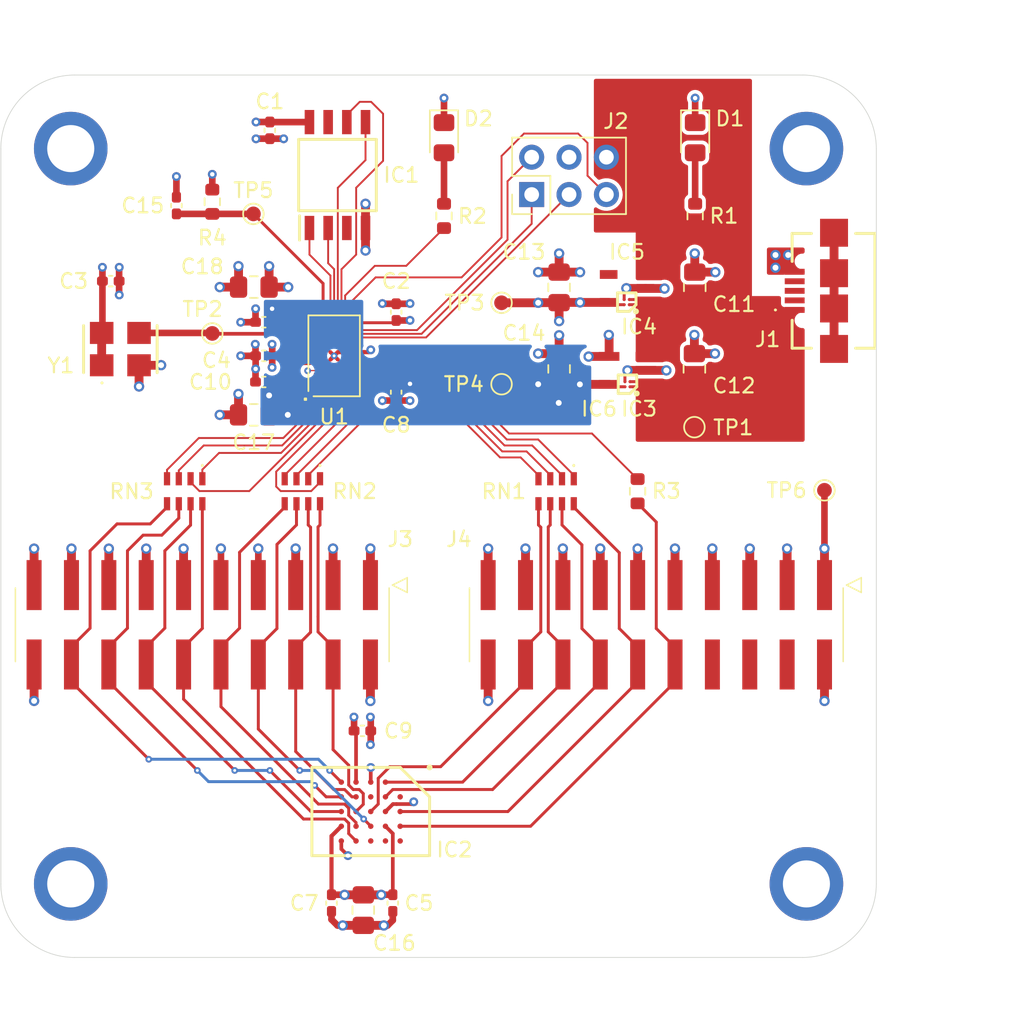
<source format=kicad_pcb>
(kicad_pcb (version 20211014) (generator pcbnew)
  (layers (0 "F.Cu" signal) (1 "In1.Cu" power) (2 "In2.Cu" power) (31 "B.Cu" signal) (34 "B.Paste" user) (35 "F.Paste" user) (36 "B.SilkS" user "B.Silkscreen") (37 "F.SilkS" user "F.Silkscreen") (38 "B.Mask" user) (39 "F.Mask" user) (44 "Edge.Cuts" user))
  (net 0 "")
  (net 1 "+3V3")
  (net 2 "GND")
  (net 3 "+1V8")
  (net 4 "+5V")
  (net 5 "/resetb")
  (net 6 "/gpio")
  (net 7 "/flash_csb")
  (net 8 "/flash_io1")
  (net 10 "/flash_io0")
  (net 11 "/flash_clk")
  (net 14 "/hr_csn")
  (net 15 "/hr_rstn")
  (net 17 "/hr_clkn")
  (net 18 "/hr_clk")
  (net 21 "/hr_rwds")
  (net 22 "/hr_dq2")
  (net 24 "/hr_dq1")
  (net 25 "/hr_dq0")
  (net 26 "/hr_dq3")
  (net 27 "/hr_dq4")
  (net 28 "/hr_dq7")
  (net 29 "/hr_dq6")
  (net 30 "/hr_dq5")
  (net 34 "/mgmt_spi_cs")
  (net 35 "/mgmt_spi_di")
  (net 36 "/mgmt_spi_clk")
  (net 37 "/mgmt_spi_do")
  (net 38 "/cvl_hr_rstn")
  (net 39 "/cvl_hr_csn")
  (net 40 "/cvl_hr_clk")
  (net 41 "/cvl_hr_clkn")
  (net 42 "/cvl_hr_rwds")
  (net 43 "/cvl_hr_dq0")
  (net 44 "/cvl_hr_dq1")
  (net 45 "/cvl_hr_dq2")
  (net 46 "/cvl_hr_dq3")
  (net 47 "/cvl_hr_dq4")
  (net 48 "/cvl_hr_dq5")
  (net 49 "/cvl_hr_dq6")
  (net 50 "/cvl_hr_dq7")
  (net 51 "/clock")
  (net 73 "unconnected-(J1-Pad6)")
  (net 77 "Net-(D1-Pad2)")
  (net 78 "Net-(D2-Pad2)")
  (footprint "Resistor_SMD:R_0603_1608Metric" (layer "F.Cu") (at 172.6184 78.8802 90)
    (fp_text reference "R2")
    (fp_text value "220")
  )
  (footprint "Capacitor_SMD:C_0402_1005Metric_Pad0.74x0.62mm_HandSolder" (layer "F.Cu") (at 154.432 78.1725 90)
    (fp_text reference "C15")
    (fp_text value "100n")
  )
  (footprint "Capacitor_SMD:C_0402_1005Metric_Pad0.74x0.62mm_HandSolder" (layer "F.Cu") (at 160.782 73.0591 -90)
    (fp_text reference "C1")
    (fp_text value "100n")
  )
  (footprint "LED_SMD:LED_0805_2012Metric_Pad1.15x1.40mm_HandSolder" (layer "F.Cu") (at 189.6872 73.5584 -90)
    (fp_text reference "D1")
    (fp_text value "LED")
  )
  (footprint "TestPoint:TestPoint_Pad_D1.0mm" (layer "F.Cu") (at 156.8704 86.868)
    (fp_text reference "TP2")
    (fp_text value "CLOCK")
  )
  (footprint "Capacitor_SMD:C_0805_2012Metric_Pad1.18x1.45mm_HandSolder" (layer "F.Cu") (at 189.6364 89.281 90)
    (fp_text reference "C12")
    (fp_text value "1u 16v")
  )
  (footprint "Capacitor_SMD:C_0402_1005Metric_Pad0.74x0.62mm_HandSolder" (layer "F.Cu") (at 164.973 125.603 -90)
    (fp_text reference "C7")
    (fp_text value "22n")
  )
  (footprint "hyperram_asic:BGA4C35P2X2_64X64X44" (layer "F.Cu") (at 185.0898 90.3224 180)
    (fp_text reference "IC3")
    (fp_text value "LP5907UVX-1.8_NOPB" hide)
  )
  (footprint "Resistor_SMD:R_0603_1608Metric" (layer "F.Cu") (at 185.7756 97.6 -90)
    (fp_text reference "R3")
    (fp_text value "R")
  )
  (footprint "Capacitor_SMD:C_0402_1005Metric_Pad0.74x0.62mm_HandSolder" (layer "F.Cu") (at 169.1386 125.603 -90)
    (fp_text reference "C5")
    (fp_text value "22n")
  )
  (footprint "Capacitor_SMD:C_0805_2012Metric_Pad1.18x1.45mm_HandSolder" (layer "F.Cu") (at 167.132 126.0817 -90)
    (fp_text reference "C16")
    (fp_text value "1u 16v")
  )
  (footprint "hyperram_asic:SOT95P270X145-5N" (layer "F.Cu") (at 185.0898 89.3826 180)
    (fp_text reference "IC6")
    (fp_text value "MCP1824T-1802E_OT" hide)
  )
  (footprint "Connector_PinHeader_2.54mm:PinHeader_2x03_P2.54mm_Vertical" (layer "F.Cu") (at 178.577 77.4242 90)
    (fp_text reference "J2")
    (fp_text value "Conn_02x03_Counter_Clockwise")
  )
  (footprint "hyperram_asic:1156915" (layer "F.Cu") (at 156.1889 106.68)
    (fp_text reference "J3")
    (fp_text value "1156915" hide)
  )
  (footprint "hyperram_asic:CAY16000J4LF" (layer "F.Cu") (at 162.9918 97.6 180)
    (fp_text reference "RN2")
    (fp_text value "CAY16-22R0F4LF" hide)
  )
  (footprint "Resistor_SMD:R_0603_1608Metric" (layer "F.Cu") (at 156.8704 77.915 90)
    (fp_text reference "R4")
    (fp_text value "220")
  )
  (footprint "hyperram_asic:SOT95P280X145-5N" (layer "F.Cu") (at 185.059 83.8098 180)
    (fp_text reference "IC5")
    (fp_text value "LP5907MFX-3.3_NOPB" hide)
  )
  (footprint "hyperram_asic:CAY16000J4LF" (layer "F.Cu") (at 180.2384 97.6 180)
    (fp_text reference "RN1")
    (fp_text value "CAY16-22R0F4LF" hide)
  )
  (footprint "TestPoint:TestPoint_Pad_D1.0mm" (layer "F.Cu") (at 176.53 84.7852 -90)
    (fp_text reference "TP3")
    (fp_text value "TestPoint")
  )
  (footprint "LED_SMD:LED_0805_2012Metric_Pad1.15x1.40mm_HandSolder" (layer "F.Cu") (at 172.6184 73.5584 -90)
    (fp_text reference "D2")
    (fp_text value "LED")
  )
  (footprint "hyperram_asic:BGA24C100P5X5_600X800X100" (layer "F.Cu") (at 167.64 119.38 -90)
    (fp_text reference "IC2")
    (fp_text value "S27KL0641DABHI020" hide)
  )
  (footprint "TestPoint:TestPoint_Pad_D1.0mm" (layer "F.Cu") (at 159.6644 78.74)
    (fp_text reference "TP5")
    (fp_text value "TestPoint")
  )
  (footprint "Capacitor_SMD:C_0805_2012Metric_Pad1.18x1.45mm_HandSolder" (layer "F.Cu") (at 180.4416 83.7375 90)
    (fp_text reference "C13")
    (fp_text value "4u7 16v")
  )
  (footprint "TestPoint:TestPoint_Pad_D1.0mm" (layer "F.Cu") (at 198.4756 97.536 -90)
    (fp_text reference "TP6")
    (fp_text value "TestPoint")
  )
  (footprint "Capacitor_SMD:C_0805_2012Metric_Pad1.18x1.45mm_HandSolder" (layer "F.Cu") (at 189.6618 83.7375 90)
    (fp_text reference "C11")
    (fp_text value "1u 16v")
  )
  (footprint "Capacitor_SMD:C_0402_1005Metric_Pad0.74x0.62mm_HandSolder" (layer "F.Cu") (at 160.3756 88.392 180)
    (fp_text reference "C4")
    (fp_text value "22n")
  )
  (footprint "TestPoint:TestPoint_Pad_D1.0mm" (layer "F.Cu") (at 176.53 90.3224 -90)
    (fp_text reference "TP4")
    (fp_text value "TestPoint" hide)
  )
  (footprint "hyperram_asic:1156915" (layer "F.Cu") (at 187.0489 106.68)
    (fp_text reference "J4")
    (fp_text value "1156915" hide)
  )
  (footprint "hyperram_asic:UJ2MIBHGSMTTR" (layer "F.Cu") (at 199.0925 83.9724 90)
    (fp_text reference "J1")
    (fp_text value "USB_B_Micro" hide)
  )
  (footprint "hyperram_asic:WLCSP-60_P0.5mm" (layer "F.Cu") (at 165.1508 88.392 180)
    (fp_text reference "U1")
    (fp_text value "CARAVEL")
  )
  (footprint "Capacitor_SMD:C_0402_1005Metric_Pad0.74x0.62mm_HandSolder" (layer "F.Cu") (at 169.3672 85.4202 90)
    (fp_text reference "C2")
    (fp_text value "22n")
  )
  (footprint "hyperram_asic:CAY16000J4LF" (layer "F.Cu") (at 154.9941 97.6 180)
    (fp_text reference "RN3")
    (fp_text value "CAY16-22R0F4LF" hide)
  )
  (footprint "Capacitor_SMD:C_0805_2012Metric_Pad1.18x1.45mm_HandSolder" (layer "F.Cu") (at 159.6898 92.4052 180)
    (fp_text reference "C17")
    (fp_text value "1u 16v")
  )
  (footprint "Resistor_SMD:R_0603_1608Metric" (layer "F.Cu") (at 189.6872 78.8802 90)
    (fp_text reference "R1")
    (fp_text value "220")
  )
  (footprint "Capacitor_SMD:C_0805_2012Metric_Pad1.18x1.45mm_HandSolder" (layer "F.Cu") (at 180.4416 89.281 90)
    (fp_text reference "C14")
    (fp_text value "4u7 16v")
  )
  (footprint "Capacitor_SMD:C_0805_2012Metric_Pad1.18x1.45mm_HandSolder" (layer "F.Cu") (at 159.6937 83.7184 180)
    (fp_text reference "C18")
    (fp_text value "1u 16v")
  )
  (footprint "Capacitor_SMD:C_0402_1005Metric_Pad0.74x0.62mm_HandSolder" (layer "F.Cu") (at 169.3672 90.8645 -90)
    (fp_text reference "C8")
    (fp_text value "22n")
  )
  (footprint "hyperram_asic:SG5032CAN20000000MTJGA3" (layer "F.Cu") (at 150.622 87.9348)
    (fp_text reference "Y1")
    (fp_text value "SG5032CAN_20.000000M-TJGA3" hide)
  )
  (footprint "Capacitor_SMD:C_0402_1005Metric_Pad0.74x0.62mm_HandSolder" (layer "F.Cu") (at 160.3756 86.106 180)
    (fp_text reference "C6" hide)
    (fp_text value "22n")
  )
  (footprint "Capacitor_SMD:C_0402_1005Metric_Pad0.74x0.62mm_HandSolder" (layer "F.Cu") (at 149.9703 83.312)
    (fp_text reference "C3")
    (fp_text value "100n")
  )
  (footprint "TestPoint:TestPoint_Pad_D1.0mm" (layer "F.Cu") (at 189.6364 93.2434 -90)
    (fp_text reference "TP1")
    (fp_text value "TestPoint")
  )
  (footprint "hyperram_asic:BGA4C35P2X2_64X64X33" (layer "F.Cu") (at 185.039 84.7394 180)
    (fp_text reference "IC4")
    (fp_text value "LP5907UVX-3.3_NOPB" hide)
  )
  (footprint "Capacitor_SMD:C_0402_1005Metric_Pad0.74x0.62mm_HandSolder" (layer "F.Cu") (at 160.3756 90.17 180)
    (fp_text reference "C10")
    (fp_text value "22n")
  )
  (footprint "hyperram_asic:SOIC127P790X216-8N" (layer "F.Cu") (at 165.3794 76.0984 90)
    (fp_text reference "IC1")
    (fp_text value "W25Q32JVSSIQ_TR" hide)
  )
  (footprint "Capacitor_SMD:C_0402_1005Metric_Pad0.74x0.62mm_HandSolder" (layer "F.Cu") (at 167.0725 113.8936)
    (fp_text reference "C9")
    (fp_text value "22n")
  )
  (gr_arc (start 202 124.3) (mid 200.535534 127.835534) (end 197 129.3) (layer "Edge.Cuts") (width 0.05))
  (gr_arc (start 147.5 129.3) (mid 143.964466 127.835534) (end 142.5 124.3) (layer "Edge.Cuts") (width 0.05))
  (gr_arc (start 142.5 74.3) (mid 143.964466 70.764466) (end 147.5 69.3) (layer "Edge.Cuts") (width 0.05))
  (gr_line (start 142.5 74.3) (end 142.5 124.3) (layer "Edge.Cuts") (width 0.05))
  (gr_arc (start 197 69.3) (mid 200.535534 70.764466) (end 202 74.3) (layer "Edge.Cuts") (width 0.05))
  (gr_line (start 197 129.3) (end 147.5 129.3) (layer "Edge.Cuts") (width 0.05))
  (gr_line (start 202 124.3) (end 202 74.3) (layer "Edge.Cuts") (width 0.05))
  (gr_line (start 147.5 69.3) (end 197 69.3) (layer "Edge.Cuts") (width 0.05))
  (segment (start 165.4008 89.142) (end 164.9008 89.142) (width 0.25) (layer "F.Cu") (net 1))
  (segment (start 181.864 84.7598) (end 180.4568 84.7598) (width 0.6) (layer "F.Cu") (net 1))
  (segment (start 156.8704 77.09) (end 156.8704 76.0476) (width 0.45) (layer "F.Cu") (net 1))
  (segment (start 180.4416 84.775) (end 179.0294 84.775) (width 0.6) (layer "F.Cu") (net 1))
  (segment (start 169.2129 86.142) (end 169.3672 85.9877) (width 0.2) (layer "F.Cu") (net 1))
  (segment (start 180.4416 84.775) (end 180.4416 86.0298) (width 0.6) (layer "F.Cu") (net 1))
  (segment (start 166.505 113.8936) (end 166.505 112.9618) (width 0.45) (layer "F.Cu") (net 1))
  (segment (start 180.4568 84.7598) (end 180.4416 84.775) (width 0.6) (layer "F.Cu") (net 1))
  (segment (start 160.9431 88.392) (end 160.9431 89.1707) (width 0.45) (layer "F.Cu") (net 1))
  (segment (start 167.132 125.0442) (end 168.3512 125.0442) (width 0.6) (layer "F.Cu") (net 1))
  (segment (start 168.3599 125.0355) (end 168.3512 125.0442) (width 0.45) (layer "F.Cu") (net 1))
  (segment (start 160.7888 72.4984) (end 160.782 72.4916) (width 0.45) (layer "F.Cu") (net 1))
  (segment (start 164.651989 87.393189) (end 163.508011 87.393189) (width 0.0762) (layer "F.Cu") (net 1))
  (segment (start 149.4028 86.784) (end 149.352 86.8348) (width 0.45) (layer "F.Cu") (net 1))
  (segment (start 169.1386 120.8786) (end 168.64 120.38) (width 0.25) (layer "F.Cu") (net 1))
  (segment (start 164.651989 88.893189) (end 163.506611 88.893189) (width 0.0762) (layer "F.Cu") (net 1))
  (segment (start 160.9431 89.1707) (end 160.9344 89.1794) (width 0.45) (layer "F.Cu") (net 1))
  (segment (start 149.4028 83.312) (end 149.4028 82.3722) (width 0.45) (layer "F.Cu") (net 1))
  (segment (start 183.809 84.7598) (end 181.864 84.7598) (width 0.6) (layer "F.Cu") (net 1))
  (segment (start 149.352 89.0348) (end 149.352 86.8348) (width 0.6) (layer "F.Cu") (net 1))
  (segment (start 160.7312 83.7184) (end 160.7312 82.296) (width 0.6) (layer "F.Cu") (net 1))
  (segment (start 166.64 114.0286) (end 166.505 113.8936) (width 0.25) (layer "F.Cu") (net 1))
  (segment (start 163.010389 88.893189) (end 163.506611 88.893189) (width 0.25) (layer "F.Cu") (net 1))
  (segment (start 165.8533 125.0355) (end 165.862 125.0442) (width 0.45) (layer "F.Cu") (net 1))
  (segment (start 179.0192 84.7852) (end 176.53 84.7852) (width 0.6) (layer "F.Cu") (net 1))
  (segment (start 164.9008 87.642) (end 164.651989 87.393189) (width 0.1016) (layer "F.Cu") (net 1))
  (segment (start 160.9431 88.392) (end 162.5092 88.392) (width 0.45) (layer "F.Cu") (net 1))
  (segment (start 169.1386 125.0355) (end 169.1386 120.8786) (width 0.25) (layer "F.Cu") (net 1))
  (segment (start 167.132 125.0442) (end 165.862 125.0442) (width 0.6) (layer "F.Cu") (net 1))
  (segment (start 160.7312 83.7184) (end 162.0266 83.7184) (width 0.6) (layer "F.Cu") (net 1))
  (segment (start 166.4008 86.142) (end 169.2129 86.142) (width 0.2) (layer "F.Cu") (net 1))
  (segment (start 160.9431 87.6133) (end 160.9344 87.6046) (width 0.45) (layer "F.Cu") (net 1))
  (segment (start 166.505 112.9618) (end 166.497 112.9538) (width 0.45) (layer "F.Cu") (net 1))
  (segment (start 163.4744 72.4984) (end 160.7888 72.4984) (width 0.45) (layer "F.Cu") (net 1))
  (segment (start 184.864 84.9144) (end 183.9636 84.9144) (width 0.2) (layer "F.Cu") (net 1))
  (segment (start 169.3672 85.9877) (end 170.2983 85.9877) (width 0.45) (layer "F.Cu") (net 1))
  (segment (start 162.5092 88.392) (end 163.010389 88.893189) (width 0.25) (layer "F.Cu") (net 1))
  (segment (start 164.9008 89.142) (end 164.651989 88.893189) (width 0.1016) (layer "F.Cu") (net 1))
  (segment (start 164.973 125.0355) (end 164.973 121.047) (width 0.28) (layer "F.Cu") (net 1))
  (segment (start 183.9636 84.9144) (end 183.809 84.7598) (width 0.2) (layer "F.Cu") (net 1))
  (segment (start 149.4028 83.312) (end 149.4028 86.784) (width 0.45) (layer "F.Cu") (net 1))
  (segment (start 166.64 117.38) (end 166.64 114.0286) (width 0.25) (layer "F.Cu") (net 1))
  (segment (start 164.973 125.0355) (end 165.8533 125.0355) (width 0.45) (layer "F.Cu") (net 1))
  (segment (start 164.973 121.047) (end 165.64 120.38) (width 0.28) (layer "F.Cu") (net 1))
  (segment (start 160.9431 88.392) (end 160.9431 87.6133) (width 0.45) (layer "F.Cu") (net 1))
  (segment (start 179.0294 84.775) (end 179.0192 84.7852) (width 0.6) (layer "F.Cu") (net 1))
  (segment (start 169.1386 125.0355) (end 168.3599 125.0355) (width 0.45) (layer "F.Cu") (net 1))
  (segment (start 170.2983 85.9877) (end 170.307 85.979) (width 0.45) (layer "F.Cu") (net 1))
  (segment (start 162.5092 88.392) (end 163.508011 87.393189) (width 0.25) (layer "F.Cu") (net 1))
  (segment (start 160.782 72.4916) (end 159.8422 72.4916) (width 0.45) (layer "F.Cu") (net 1))
  (via (at 179.0192 84.7852) (size 0.7) (drill 0.4) (layers "F.Cu" "B.Cu") (net 1))
  (via (at 149.4028 82.3722) (size 0.6) (drill 0.3) (layers "F.Cu" "B.Cu") (net 1))
  (via (at 165.862 125.0442) (size 0.7) (drill 0.4) (layers "F.Cu" "B.Cu") (net 1))
  (via (at 160.9344 87.6046) (size 0.6) (drill 0.3) (layers "F.Cu" "B.Cu") (net 1))
  (via (at 170.307 85.979) (size 0.6) (drill 0.3) (layers "F.Cu" "B.Cu") (net 1))
  (via (at 181.864 84.7598) (size 0.7) (drill 0.4) (layers "F.Cu" "B.Cu") (net 1))
  (via (at 162.0266 83.7184) (size 0.7) (drill 0.4) (layers "F.Cu" "B.Cu") (net 1))
  (via (at 156.8704 76.0476) (size 0.6) (drill 0.3) (layers "F.Cu" "B.Cu") (net 1))
  (via (at 168.3512 125.0442) (size 0.7) (drill 0.4) (layers "F.Cu" "B.Cu") (net 1))
  (via (at 160.7312 82.296) (size 0.7) (drill 0.4) (layers "F.Cu" "B.Cu") (net 1))
  (via (at 166.497 112.9538) (size 0.6) (drill 0.3) (layers "F.Cu" "B.Cu") (net 1))
  (via (at 160.9344 89.1794) (size 0.6) (drill 0.3) (layers "F.Cu" "B.Cu") (net 1))
  (via (at 159.8422 72.4916) (size 0.6) (drill 0.3) (layers "F.Cu" "B.Cu") (net 1))
  (via (at 180.4416 86.0298) (size 0.7) (drill 0.4) (layers "F.Cu" "B.Cu") (net 1))
  (segment (start 190.8589 101.5017) (end 190.8556 101.4984) (width 0.6) (layer "F.Cu") (net 2))
  (segment (start 154.9189 103.98) (end 154.9189 101.5027) (width 0.6) (layer "F.Cu") (net 2))
  (segment (start 186.309 83.8098) (end 187.5942 83.8098) (width 0.6) (layer "F.Cu") (net 2))
  (segment (start 191.0564 82.7) (end 191.0588 82.7024) (width 0.6) (layer "F.Cu") (net 2))
  (segment (start 191.0295 88.2435) (end 191.0334 88.2396) (width 0.6) (layer "F.Cu") (net 2))
  (segment (start 159.8081 86.106) (end 159.8081 85.2003) (width 0.45) (layer "F.Cu") (net 2))
  (segment (start 186.3398 89.3826) (end 187.7314 89.3826) (width 0.6) (layer "F.Cu") (net 2))
  (segment (start 165.4008 88.642) (end 165.1508 88.392) (width 0.25) (layer "F.Cu") (net 2))
  (segment (start 168.4441 84.8527) (end 168.4274 84.836) (width 0.45) (layer "F.Cu") (net 2))
  (segment (start 153.3828 89.0348) (end 153.3906 89.027) (width 0.6) (layer "F.Cu") (net 2))
  (segment (start 154.432 77.605) (end 154.432 76.2) (width 0.45) (layer "F.Cu") (net 2))
  (segment (start 169.148 118.872) (end 169.3926 118.872) (width 0.25) (layer "F.Cu") (net 2))
  (segment (start 163.362211 89.393189) (end 163.3474 89.408) (width 0.0762) (layer "F.Cu") (net 2))
  (segment (start 165.64 121.38) (end 165.64 121.9266) (width 0.25) (layer "F.Cu") (net 2))
  (segment (start 186.3398 89.3826) (end 185.0898 89.3826) (width 0.6) (layer "F.Cu") (net 2))
  (segment (start 167.6189 103.98) (end 167.6189 101.5027) (width 0.6) (layer "F.Cu") (net 2))
  (segment (start 159.9989 101.5027) (end 159.9946 101.4984) (width 0.45) (layer "F.Cu") (net 2))
  (segment (start 162.5389 101.5027) (end 162.5346 101.4984) (width 0.6) (layer "F.Cu") (net 2))
  (segment (start 144.7546 111.8616) (end 144.7589 111.8573) (width 0.6) (layer "F.Cu") (net 2))
  (segment (start 167.64 117.38) (end 167.64 116.3828) (width 0.25) (layer "F.Cu") (net 2))
  (segment (start 164.9008 88.642) (end 165.1508 88.392) (width 0.28) (layer "F.Cu") (net 2))
  (segment (start 159.8081 87.6213) (end 159.7914 87.6046) (width 0.45) (layer "F.Cu") (net 2))
  (segment (start 195.9389 101.5017) (end 195.9356 101.4984) (width 0.6) (layer "F.Cu") (net 2))
  (segment (start 165.4008 88.142) (end 165.9008 88.142) (width 0.28) (layer "F.Cu") (net 2))
  (segment (start 164.9008 88.142) (end 164.4008 87.642) (width 0.127) (layer "F.Cu") (net 2))
  (segment (start 167.2844 79.6984) (end 167.2844 81.2292) (width 0.6) (layer "F.Cu") (net 2))
  (segment (start 180.6989 101.5017) (end 180.6956 101.4984) (width 0.6) (layer "F.Cu") (net 2))
  (segment (start 157.4589 103.98) (end 157.4589 101.5027) (width 0.45) (layer "F.Cu") (net 2))
  (segment (start 167.64 112.9792) (end 167.6146 112.9538) (width 0.45) (layer "F.Cu") (net 2))
  (segment (start 160.782 73.6266) (end 161.7138 73.6266) (width 0.45) (layer "F.Cu") (net 2))
  (segment (start 150.5378 83.312) (end 150.5378 84.2438) (width 0.45) (layer "F.Cu") (net 2))
  (segment (start 144.7546 101.4984) (end 144.7589 101.5027) (width 0.6) (layer "F.Cu") (net 2))
  (segment (start 170.4086 118.872) (end 170.561 118.7196) (width 0.25) (layer "F.Cu") (net 2))
  (segment (start 180.4416 82.7) (end 179.0216 82.7) (width 0.6) (layer "F.Cu") (net 2))
  (segment (start 158.6523 90.9867) (end 158.6484 90.9828) (width 0.6) (layer "F.Cu") (net 2))
  (segment (start 165.4008 88.142) (end 165.1508 88.392) (width 0.28) (layer "F.Cu") (net 2))
  (segment (start 189.6872 72.5334) (end 189.6872 70.866) (width 0.45) (layer "F.Cu") (net 2))
  (segment (start 165.735 127.127) (end 165.3794 127.127) (width 0.45) (layer "F.Cu") (net 2))
  (segment (start 161.7138 73.6266) (end 161.7218 73.6346) (width 0.45) (layer "F.Cu") (net 2))
  (segment (start 189.6618 82.7) (end 191.0564 82.7) (width 0.6) (layer "F.Cu") (net 2))
  (segment (start 185.7756 101.4984) (end 185.7789 101.5017) (width 0.6) (layer "F.Cu") (net 2))
  (segment (start 159.8502 73.6266) (end 159.8422 73.6346) (width 0.45) (layer "F.Cu") (net 2))
  (segment (start 159.8168 89.281) (end 159.8168 88.4007) (width 0.45) (layer "F.Cu") (net 2))
  (segment (start 165.0789 101.5027) (end 165.0746 101.4984) (width 0.6) (layer "F.Cu") (net 2))
  (segment (start 164.151989 89.393189) (end 163.362211 89.393189) (width 0.0762) (layer "F.Cu") (net 2))
  (segment (start 162.5389 103.98) (end 162.5389 101.5027) (width 0.6) (layer "F.Cu") (net 2))
  (segment (start 180.4416 88.2435) (end 180.4416 86.995) (width 0.6) (layer "F.Cu") (net 2))
  (segment (start 159.8081 90.17) (end 159.8081 89.2897) (width 0.45) (layer "F.Cu") (net 2))
  (segment (start 198.4756 111.8616) (end 198.4789 111.8583) (width 0.6) (layer "F.Cu") (net 2))
  (segment (start 169.1386 126.7714) (end 169.1386 126.1705) (width 0.45) (layer "F.Cu") (net 2))
  (segment (start 144.7589 103.98) (end 144.7589 101.5027) (width 0.6) (layer "F.Cu") (net 2))
  (segment (start 158.6562 82.3038) (end 158.6484 82.296) (width 0.6) (layer "F.Cu") (net 2))
  (segment (start 167.64 114.808) (end 167.6146 114.8334) (width 0.45) (layer "F.Cu") (net 2))
  (segment (start 159.8168 88.4007) (end 159.8081 88.392) (width 0.45) (layer "F.Cu") (net 2))
  (segment (start 172.6184 72.5334) (end 172.6184 70.866) (width 0.45) (layer "F.Cu") (net 2))
  (segment (start 159.8081 89.2897) (end 159.8168 89.281) (width 0.45) (layer "F.Cu") (net 2))
  (segment (start 175.6189 103.98) (end 175.6189 101.5017) (width 0.6) (layer "F.Cu") (net 2))
  (segment (start 169.3672 84.8527) (end 170.2903 84.8527) (width 0.45) (layer "F.Cu") (net 2))
  (segment (start 154.9146 101.4984) (end 154.9189 101.5027) (width 0.6) (layer "F.Cu") (net 2))
  (segment (start 183.2389 101.5017) (end 183.2356 101.4984) (width 0.6) (layer "F.Cu") (net 2))
  (segment (start 189.6618 82.7) (end 189.6618 81.4324) (width 0.6) (layer "F.Cu") (net 2))
  (segment (start 151.892 89.0348) (end 153.3828 89.0348) (width 0.6) (layer "F.Cu") (net 2))
  (segment (start 170.299 91.432) (end 170.307 91.44) (width 0.45) (layer "F.Cu") (net 2))
  (segment (start 169.3672 84.8527) (end 168.4441 84.8527) (width 0.45) (layer "F.Cu") (net 2))
  (segment (start 188.3189 101.5017) (end 188.3156 101.4984) (width 0.6) (layer "F.Cu") (net 2))
  (segment (start 168.4354 91.432) (end 168.4274 91.44) (width 0.45) (layer "F.Cu") (net 2))
  (segment (start 165.7428 127.1192) (end 165.735 127.127) (width 0.6) (layer "F.Cu") (net 2))
  (segment (start 193.3956 101.4984) (end 193.3989 101.5017) (width 0.6) (layer "F.Cu") (net 2))
  (segment (start 169.3672 91.432) (end 168.4354 91.432) (width 0.45) (layer "F.Cu") (net 2))
  (segment (start 165.3794 127.127) (end 164.973 126.7206) (width 0.45) (layer "F.Cu") (net 2))
  (segment (start 183.2389 103.98) (end 183.2389 101.5017) (width 0.6) (layer "F.Cu") (net 2))
  (segment (start 160.782 73.6266) (end 159.8502 73.6266) (width 0.45) (layer "F.Cu") (net 2))
  (segment (start 157.4589 101.5027) (end 157.4546 101.4984) (width 0.45) (layer "F.Cu") (net 2))
  (segment (start 168.783 127.127) (end 169.1386 126.7714) (width 0.45) (layer "F.Cu") (net 2))
  (segment (start 169.3672 91.432) (end 170.299 91.432) (width 0.45) (layer "F.Cu") (net 2))
  (segment (start 180.6989 103.98) (end 180.6989 101.5017) (width 0.6) (layer "F.Cu") (net 2))
  (segment (start 167.132 127.1192) (end 168.5212 127.1192) (width 0.6) (layer "F.Cu") (net 2))
  (segment (start 144.7589 109.38) (end 144.7589 111.8573) (width 0.6) (layer "F.Cu") (net 2))
  (segment (start 187.5942 83.8098) (end 187.6044 83.82) (width 0.6) (layer "F.Cu") (net 2))
  (segment (start 181.8616 82.7) (end 181.864 82.7024) (width 0.6) (layer "F.Cu") (net 2))
  (segment (start 198.4756 97.536) (end 198.4756 101.4984) (width 0.45) (layer "F.Cu") (net 2))
  (segment (start 175.6156 111.8616) (end 175.6189 111.8583) (width 0.6) (layer "F.Cu") (net 2))
  (segment (start 198.4789 109.38) (end 198.4789 111.8583) (width 0.6) (layer "F.Cu") (net 2))
  (segment (start 166.4008 88.142) (end 167.1788 88.142) (width 0.28) (layer "F.Cu") (net 2))
  (segment (start 198.4789 103.98) (end 198.4789 101.5017) (width 0.6) (layer "F.Cu") (net 2))
  (segment (start 167.64 113.8936) (end 167.64 114.808) (width 0.45) (layer "F.Cu") (net 2))
  (segment (start 183.8398 88.4326) (end 183.8398 86.9896) (width 0.6) (layer "F.Cu") (net 2))
  (segment (start 170.2903 84.8527) (end 170.307 84.836) (width 0.45) (layer "F.Cu") (net 2))
  (segment (start 158.6523 92.4052) (end 157.3784 92.4052) (width 0.6) (layer "F.Cu") (net 2))
  (segment (start 185.0288 83.8098) (end 185.0136 83.7946) (width 0.6) (layer "F.Cu") (net 2))
  (segment (start 184.9148 90.1474) (end 184.9148 89.5576) (width 0.2) (layer "F.Cu") (net 2))
  (segment (start 178.1589 103.98) (end 178.1589 101.5017) (width 0.6) (layer "F.Cu") (net 2))
  (segment (start 168.5212 127.1192) (end 168.529 127.127) (width 0.6) (layer "F.Cu") (net 2))
  (segment (start 167.132 127.1192) (end 165.7428 127.1192) (width 0.6) (layer "F.Cu") (net 2))
  (segment (start 150.5378 83.312) (end 150.5378 82.3802) (width 0.45) (layer "F.Cu") (net 2))
  (segment (start 147.2989 103.98) (end 147.2989 101.5027) (width 0.6) (layer "F.Cu") (net 2))
  (segment (start 188.3189 103.98) (end 188.3189 101.5017) (width 0.6) (layer "F.Cu") (net 2))
  (segment (start 150.5378 82.3802) (end 150.5458 82.3722) (width 0.45) (layer "F.Cu") (net 2))
  (segment (start 167.4836 88.142) (end 167.64 87.9856) (width 0.28) (layer "F.Cu") (net 2))
  (segment (start 152.3746 101.4984) (end 152.3789 101.5027) (width 0.6) (layer "F.Cu") (net 2))
  (segment (start 185.7789 103.98) (end 185.7789 101.5017) (width 0.6) (layer "F.Cu") (net 2))
  (segment (start 175.6189 109.38) (end 175.6189 111.8583) (width 0.6) (layer "F.Cu") (net 2))
  (segment (start 159.8081 88.392) (end 158.8008 88.392) (width 0.45) (layer "F.Cu") (net 2))
  (segment (start 193.3989 103.98) (end 193.3989 101.5017) (width 0.6) (layer "F.Cu") (net 2))
  (segment (start 167.2844 79.6984) (end 167.2844 78.0542) (width 0.6) (layer "F.Cu") (net 2))
  (segment (start 159.8081 85.2003) (end 159.8168 85.1916) (width 0.45) (layer "F.Cu") (net 2))
  (segment (start 189.6364 88.2435) (end 189.6364 86.9696) (width 0.6) (layer "F.Cu") (net 2))
  (segment (start 158.6562 83.7184) (end 158.6562 82.3038) (width 0.6) (layer "F.Cu") (net 2))
  (segment (start 190.8589 103.98) (end 190.8589 101.5017) (width 0.6) (layer "F.Cu") (net 2))
  (segment (start 159.8081 88.392) (end 159.8081 87.6213) (width 0.45) (layer "F.Cu") (net 2))
  (segment (start 158.6523 92.4052) (end 158.6523 90.9867) (width 0.6) (layer "F.Cu") (net 2))
  (segment (start 167.6189 111.8573) (end 167.6146 111.8616) (width 0.6) (layer "F.Cu") (net 2))
  (segment (start 195.9389 103.98) (end 195.9389 101.5017) (width 0.6) (layer "F.Cu") (net 2))
  (segment (start 159.9989 103.98) (end 159.9989 101.5027) (width 0.45) (layer "F.Cu") (net 2))
  (segment (start 184.864 83.9442) (end 185.0136 83.7946) (width 0.2) (layer "F.Cu") (net 2))
  (segment (start 184.864 84.5644) (end 184.864 83.9442) (width 0.2) (layer "F.Cu") (net 2))
  (segment (start 175.6189 101.5017) (end 175.6156 101.4984) (width 0.6) (layer "F.Cu") (net 2))
  (segment (start 149.8346 101.4984) (end 149.8389 101.5027) (width 0.6) (layer "F.Cu") (net 2))
  (segment (start 167.64 113.8936) (end 167.64 112.9792) (width 0.45) (layer "F.Cu") (net 2))
  (segment (start 180.4416 88.2435) (end 179.0231 88.2435) (width 0.6) (layer "F.Cu") (net 2))
  (segment (start 165.1508 88.392) (end 164.9008 88.142) (width 0.25) (layer "F.Cu") (net 2))
  (segment (start 169.3926 118.872) (end 170.4086 118.872) (width 0.25) (layer "F.Cu") (net 2))
  (segment (start 168.529 127.127) (end 168.783 127.127) (width 0.45) (layer "F.Cu") (net 2))
  (segment (start 147.2946 101.4984) (end 147.2989 101.5027) (width 0.6) (layer "F.Cu") (net 2))
  (segment (start 152.3789 103.98) (end 152.3789 101.5027) (width 0.6) (layer "F.Cu") (net 2))
  (segment (start 164.4008 89.642) (end 164.151989 89.393189) (width 0.1016) (layer "F.Cu") (net 2))
  (segment (start 165.0789 103.98) (end 165.0789 101.5027) (width 0.6) (layer "F.Cu") (net 2))
  (segment (start 183.8398 88.4326) (end 182.4584 88.4326) (width 0.6) (layer "F.Cu") (net 2))
  (segment (start 151.892 89.0348) (end 151.892 90.4748) (width 0.6) (layer "F.Cu") (net 2))
  (segment (start 186.309 83.8098) (end 185.0288 83.8098) (width 0.6) (layer "F.Cu") (net 2))
  (segment (start 167.1788 88.142) (end 167.4836 88.142) (width 0.28) (layer "F.Cu") (net 2))
  (segment (start 149.8389 103.98) (end 149.8389 101.5027) (width 0.6) (layer "F.Cu") (net 2))
  (segment (start 189.6364 88.2435) (end 191.0295 88.2435) (width 0.6) (layer "F.Cu") (net 2))
  (segment (start 165.64 121.9266) (end 166.0906 122.3772) (width 0.25) (layer "F.Cu") (net 2))
  (segment (start 150.5378 84.2438) (end 150.5458 84.2518) (width 0.45) (layer "F.Cu") (net 2))
  (segment (start 179.0231 88.2435) (end 179.0192 88.2396) (width 0.6) (layer "F.Cu") (net 2))
  (segment (start 167.6189 101.5027) (end 167.6146 101.4984) (width 0.6) (layer "F.Cu") (net 2))
  (segment (start 167.6189 109.38) (end 167.6189 111.8573) (width 0.6) (layer "F.Cu") (net 2))
  (segment (start 198.4789 101.5017) (end 198.4756 101.4984) (width 0.6) (layer "F.Cu") (net 2))
  (segment (start 180.4416 82.7) (end 180.4416 81.4324) (width 0.6) (layer "F.Cu") (net 2))
  (segment (start 159.8081 86.106) (end 158.8008 86.106) (width 0.45) (layer "F.Cu") (net 2))
  (segment (start 164.973 126.7206) (end 164.973 126.1705) (width 0.45) (layer "F.Cu") (net 2))
  (segment (start 182.4584 88.4326) (end 182.4482 88.4428) (width 0.6) (layer "F.Cu") (net 2))
  (segment (start 184.9148 89.5576) (end 185.0898 89.3826) (width 0.2) (layer "F.Cu") (net 2))
  (segment (start 179.0216 82.7) (end 179.0192 82.7024) (width 0.6) (layer "F.Cu") (net 2))
  (segment (start 168.64 119.38) (end 169.148 118.872) (width 0.25) (layer "F.Cu") (net 2))
  (segment (start 167.64 114.8588) (end 167.6146 114.8334) (width 0.25) (layer "F.Cu") (net 2))
  (segment (start 178.1589 101.5017) (end 178.1556 101.4984) (width 0.6) (layer "F.Cu") (net 2))
  (segment (start 183.8398 86.9896) (end 183.8198 86.9696) (width 0.6) (layer "F.Cu") (net 2))
  (segment (start 165.9008 88.142) (end 166.4008 88.142) (width 0.28) (layer "F.Cu") (net 2))
  (segment (start 180.4416 82.7) (end 181.8616 82.7) (width 0.6) (layer "F.Cu") (net 2))
  (segment (start 158.6562 83.7184) (end 157.3784 83.7184) (width 0.6) (layer "F.Cu") (net 2))
  (via (at 144.7589 101.5027) (size 0.7) (drill 0.4) (layers "F.Cu" "B.Cu") (net 2))
  (via (at 159.8168 89.281) (size 0.6) (drill 0.3) (layers "F.Cu" "B.Cu") (net 2))
  (via (at 170.307 91.44) (size 0.6) (drill 0.3) (layers "F.Cu" "B.Cu") (net 2))
  (via (at 188.3156 101.4984) (size 0.7) (drill 0.4) (layers "F.Cu" "B.Cu") (net 2))
  (via (at 158.6484 82.296) (size 0.7) (drill 0.4) (layers "F.Cu" "B.Cu") (net 2))
  (via (at 197.25 74.3) (size 5) (drill 3.2) (layers "F.Cu" "B.Cu") (net 2))
  (via (at 187.6044 83.82) (size 0.7) (drill 0.4) (layers "F.Cu" "B.Cu") (net 2))
  (via (at 167.6146 112.9538) (size 0.6) (drill 0.3) (layers "F.Cu" "B.Cu") (net 2))
  (via (at 172.6184 70.866) (size 0.6) (drill 0.3) (layers "F.Cu" "B.Cu") (net 2))
  (via (at 153.3906 89.027) (size 0.7) (drill 0.4) (layers "F.Cu" "B.Cu") (net 2))
  (via (at 189.6364 86.9696) (size 0.7) (drill 0.4) (layers "F.Cu" "B.Cu") (net 2))
  (via (at 195.1482 82.3976) (size 0.7) (drill 0.4) (layers "F.Cu" "B.Cu") (net 2))
  (via (at 180.4416 81.4324) (size 0.7) (drill 0.4) (layers "F.Cu" "B.Cu") (net 2))
  (via (at 167.2844 78.0542) (size 0.7) (drill 0.4) (layers "F.Cu" "B.Cu") (net 2))
  (via (at 187.7314 89.3826) (size 0.7) (drill 0.4) (layers "F.Cu" "B.Cu") (net 2))
  (via (at 163.3474 89.408) (size 0.45) (drill 0.2) (layers "F.Cu" "B.Cu") (net 2))
  (via (at 179.0192 82.7024) (size 0.7) (drill 0.4) (layers "F.Cu" "B.Cu") (net 2))
  (via (at 167.2844 81.2292) (size 0.7) (drill 0.4) (layers "F.Cu" "B.Cu") (net 2))
  (via (at 165.735 127.127) (size 0.7) (drill 0.4) (layers "F.Cu" "B.Cu") (net 2))
  (via (at 185.7789 101.5017) (size 0.7) (drill 0.4) (layers "F.Cu" "B.Cu") (net 2))
  (via (at 180.6956 101.4984) (size 0.7) (drill 0.4) (layers "F.Cu" "B.Cu") (net 2))
  (via (at 167.64 87.9856) (size 0.6) (drill 0.3) (layers "F.Cu" "B.Cu") (net 2))
  (via (at 154.9189 101.5027) (size 0.7) (drill 0.4) (layers "F.Cu" "B.Cu") (net 2))
  (via (at 179.0192 88.2396) (size 0.7) (drill 0.4) (layers "F.Cu" "B.Cu") (net 2))
  (via (at 195.9356 101.4984) (size 0.7) (drill 0.4) (layers "F.Cu" "B.Cu") (net 2))
  (via (at 158.8008 86.106) (size 0.6) (drill 0.3) (layers "F.Cu" "B.Cu") (net 2))
  (via (at 147.25 124.3) (size 5) (drill 3.2) (layers "F.Cu" "B.Cu") (net 2))
  (via (at 144.7589 111.8573) (size 0.7) (drill 0.4) (layers "F.Cu" "B.Cu") (net 2))
  (via (at 154.432 76.2) (size 0.6) (drill 0.3) (layers "F.Cu" "B.Cu") (net 2))
  (via (at 180.4416 86.995) (size 0.7) (drill 0.4) (layers "F.Cu" "B.Cu") (net 2))
  (via (at 159.7914 87.6046) (size 0.6) (drill 0.3) (layers "F.Cu" "B.Cu") (net 2))
  (via (at 175.6189 111.8583) (size 0.7) (drill 0.4) (layers "F.Cu" "B.Cu") (net 2))
  (via (at 147.25 74.3) (size 5) (drill 3.2) (layers "F.Cu" "B.Cu") (net 2))
  (via (at 175.6156 101.4984) (size 0.7) (drill 0.4) (layers "F.Cu" "B.Cu") (net 2))
  (via (at 165.1508 88.392) (size 0.45) (drill 0.2) (layers "F.Cu" "B.Cu") (net 2))
  (via (at 151.892 90.4748) (size 0.7) (drill 0.4) (layers "F.Cu" "B.Cu") (net 2))
  (via (at 197.25 124.3) (size 5) (drill 3.2) (layers "F.Cu" "B.Cu") (net 2))
  (via (at 195.1482 81.534) (size 0.7) (drill 0.4) (layers "F.Cu" "B.Cu") (net 2))
  (via (at 191.0588 82.7024) (size 0.7) (drill 0.4) (layers "F.Cu" "B.Cu") (net 2))
  (via (at 185.0898 89.3826) (size 0.7) (drill 0.4) (layers "F.Cu" "B.Cu") (net 2))
  (via (at 198.4756 101.4984) (size 0.7) (drill 0.4) (layers "F.Cu" "B.Cu") (net 2))
  (via (at 159.8168 85.1916) (size 0.6) (drill 0.3) (layers "F.Cu" "B.Cu") (net 2))
  (via (at 159.8422 73.6346) (size 0.6) (drill 0.3) (layers "F.Cu" "B.Cu") (net 2))
  (via (at 196.0118 81.534) (size 0.7) (drill 0.4) (layers "F.Cu" "B.Cu") (net 2))
  (via (at 183.2356 101.4984) (size 0.7) (drill 0.4) (layers "F.Cu" "B.Cu") (net 2))
  (via (at 189.6618 81.4324) (size 0.7) (drill 0.4) (layers "F.Cu" "B.Cu") (net 2))
  (via (at 191.0334 88.2396) (size 0.7) (drill 0.4) (layers "F.Cu" "B.Cu") (net 2))
  (via (at 157.3784 83.7184) (size 0.7) (drill 0.4) (layers "F.Cu" "B.Cu") (net 2))
  (via (at 147.2989 101.5027) (size 0.7) (drill 0.4) (layers "F.Cu" "B.Cu") (net 2))
  (via (at 168.4274 84.836) (size 0.6) (drill 0.3) (layers "F.Cu" "B.Cu") (net 2))
  (via (at 162.5346 101.4984) (size 0.7) (drill 0.4) (layers "F.Cu" "B.Cu") (net 2))
  (via (at 159.9946 101.4984) (size 0.7) (drill 0.4) (layers "F.Cu" "B.Cu") (net 2))
  (via (at 168.529 127.127) (size 0.7) (drill 0.4) (layers "F.Cu" "B.Cu") (net 2))
  (via (at 149.8389 101.5027) (size 0.7) (drill 0.4) (layers "F.Cu" "B.Cu") (net 2))
  (via (at 167.64 116.3828) (size 0.6) (drill 0.3) (layers "F.Cu" "B.Cu") (net 2))
  (via (at 189.6872 70.866) (size 0.6) (drill 0.3) (layers "F.Cu" "B.Cu") (net 2))
  (via (at 166.0906 122.3772) (size 0.6) (drill 0.3) (layers "F.Cu" "B.Cu") (net 2))
  (via (at 161.7218 73.6346) (size 0.6) (drill 0.3) (layers "F.Cu" "B.Cu") (net 2))
  (via (at 183.8198 86.9696) (size 0.7) (drill 0.4) (layers "F.Cu" "B.Cu") (net 2))
  (via (at 185.0136 83.7946) (size 0.7) (drill 0.4) (layers "F.Cu" "B.Cu") (net 2))
  (via (at 170.307 84.836) (size 0.6) (drill 0.3) (layers "F.Cu" "B.Cu") (net 2))
  (via (at 167.6146 111.8616) (size 0.7) (drill 0.4) (layers "F.Cu" "B.Cu") (net 2))
  (via (at 167.6146 101.4984) (size 0.7) (drill 0.4) (layers "F.Cu" "B.Cu") (net 2))
  (via (at 158.8008 88.392) (size 0.6) (drill 0.3) (layers "F.Cu" "B.Cu") (net 2))
  (via (at 158.6484 90.9828) (size 0.7) (drill 0.4) (layers "F.Cu" "B.Cu") (net 2))
  (via (at 198.4789 111.8583) (size 0.7) (drill 0.4) (layers "F.Cu" "B.Cu") (net 2))
  (via (at 168.4274 91.44) (size 0.6) (drill 0.3) (layers "F.Cu" "B.Cu") (net 2))
  (via (at 178.1556 101.4984) (size 0.7) (drill 0.4) (layers "F.Cu" "B.Cu") (net 2))
  (via (at 150.5458 84.2518) (size 0.6) (drill 0.3) (layers "F.Cu" "B.Cu") (net 2))
  (via (at 152.3789 101.5027) (size 0.7) (drill 0.4) (layers "F.Cu" "B.Cu") (net 2))
  (via (at 190.8556 101.4984) (size 0.7) (drill 0.4) (layers "F.Cu" "B.Cu") (net 2))
  (via (at 182.4482 88.4428) (size 0.7) (drill 0.4) (layers "F.Cu" "B.Cu") (net 2))
  (via (at 157.4546 101.4984) (size 0.7) (drill 0.4) (layers "F.Cu" "B.Cu") (net 2))
  (via (at 181.864 82.7024) (size 0.7) (drill 0.4) (layers "F.Cu" "B.Cu") (net 2))
  (via (at 170.561 118.7196) (size 0.6) (drill 0.3) (layers "F.Cu" "B.Cu") (net 2))
  (via (at 193.3989 101.5017) (size 0.7) (drill 0.4) (layers "F.Cu" "B.Cu") (net 2))
  (via (at 167.6146 114.8334) (size 0.6) (drill 0.3) (layers "F.Cu" "B.Cu") (net 2))
  (via (at 157.3784 92.4052) (size 0.7) (drill 0.4) (layers "F.Cu" "B.Cu") (net 2))
  (via (at 150.5458 82.3722) (size 0.6) (drill 0.3) (layers "F.Cu" "B.Cu") (net 2))
  (via (at 165.0746 101.4984) (size 0.7) (drill 0.4) (layers "F.Cu" "B.Cu") (net 2))
  (segment (start 160.9431 90.17) (end 160.9431 90.8725) (width 0.45) (layer "F.Cu") (net 3))
  (segment (start 184.0046 90.4974) (end 183.8398 90.3326) (width 0.2) (layer "F.Cu") (net 3))
  (segment (start 180.4416 90.3185) (end 179.0231 90.3185) (width 0.6) (layer "F.Cu") (net 3))
  (segment (start 180.4557 90.3326) (end 180.4416 90.3185) (width 0.6) (layer "F.Cu") (net 3))
  (segment (start 163.9008 90.142) (end 160.9711 90.142) (width 0.25) (layer "F.Cu") (net 3))
  (segment (start 169.3672 90.297) (end 170.307 90.297) (width 0.45) (layer "F.Cu") (net 3))
  (segment (start 160.9431 85.2003) (end 160.9344 85.1916) (width 0.45) (layer "F.Cu") (net 3))
  (segment (start 160.7273 91.0883) (end 160.7312 91.0844) (width 0.6) (layer "F.Cu") (net 3))
  (segment (start 160.9791 86.142) (end 160.9431 86.106) (width 0.25) (layer "F.Cu") (net 3))
  (segment (start 160.7273 92.4052) (end 162.0012 92.4052) (width 0.6) (layer "F.Cu") (net 3))
  (segment (start 163.9008 86.142) (end 160.9791 86.142) (width 0.25) (layer "F.Cu") (net 3))
  (segment (start 160.7273 92.4052) (end 160.7273 91.0883) (width 0.6) (layer "F.Cu") (net 3))
  (segment (start 160.9711 90.142) (end 160.9431 90.17) (width 0.25) (layer "F.Cu") (net 3))
  (segment (start 179.0192 90.3224) (end 176.53 90.3224) (width 0.6) (layer "F.Cu") (net 3))
  (segment (start 160.9431 90.8725) (end 160.7312 91.0844) (width 0.45) (layer "F.Cu") (net 3))
  (segment (start 181.8538 90.3326) (end 180.4557 90.3326) (width 0.6) (layer "F.Cu") (net 3))
  (segment (start 166.4008 90.142) (end 169.2122 90.142) (width 0.25) (layer "F.Cu") (net 3))
  (segment (start 183.8398 90.3326) (end 181.8538 90.3326) (width 0.6) (layer "F.Cu") (net 3))
  (segment (start 180.4416 90.3185) (end 180.4416 91.567) (width 0.6) (layer "F.Cu") (net 3))
  (segment (start 169.2122 90.142) (end 169.3672 90.297) (width 0.25) (layer "F.Cu") (net 3))
  (segment (start 160.9431 86.106) (end 160.9431 85.2003) (width 0.45) (layer "F.Cu") (net 3))
  (segment (start 179.0231 90.3185) (end 179.0192 90.3224) (width 0.6) (layer "F.Cu") (net 3))
  (segment (start 184.9148 90.4974) (end 184.0046 90.4974) (width 0.2) (layer "F.Cu") (net 3))
  (segment (start 180.4416 91.567) (end 180.4162 91.5924) (width 0.6) (layer "F.Cu") (net 3))
  (via (at 162.0012 92.4052) (size 0.7) (drill 0.4) (layers "F.Cu" "B.Cu") (net 3))
  (via (at 160.9344 85.1916) (size 0.6) (drill 0.3) (layers "F.Cu" "B.Cu") (net 3))
  (via (at 170.307 90.297) (size 0.6) (drill 0.3) (layers "F.Cu" "B.Cu") (net 3))
  (via (at 180.4162 91.5924) (size 0.7) (drill 0.4) (layers "F.Cu" "B.Cu") (net 3))
  (via (at 179.0192 90.3224) (size 0.7) (drill 0.4) (layers "F.Cu" "B.Cu") (net 3))
  (via (at 160.7312 91.0844) (size 0.7) (drill 0.4) (layers "F.Cu" "B.Cu") (net 3))
  (via (at 181.8538 90.3326) (size 0.7) (drill 0.4) (layers "F.Cu" "B.Cu") (net 3))
  (segment (start 186.1544 84.9144) (end 186.309 84.7598) (width 0.2) (layer "F.Cu") (net 4))
  (segment (start 185.214 84.5644) (end 186.1136 84.5644) (width 0.2) (layer "F.Cu") (net 4))
  (segment (start 186.175 90.4974) (end 186.3398 90.3326) (width 0.2) (layer "F.Cu") (net 4))
  (segment (start 185.2648 90.4974) (end 186.175 90.4974) (width 0.2) (layer "F.Cu") (net 4))
  (segment (start 185.214 84.9144) (end 186.1544 84.9144) (width 0.2) (layer "F.Cu") (net 4))
  (segment (start 186.1546 90.1474) (end 186.3398 90.3326) (width 0.2) (layer "F.Cu") (net 4))
  (segment (start 186.1136 84.5644) (end 186.309 84.7598) (width 0.2) (layer "F.Cu") (net 4))
  (segment (start 185.2648 90.1474) (end 186.1546 90.1474) (width 0.2) (layer "F.Cu") (net 4))
  (segment (start 156.8704 78.74) (end 159.6644 78.74) (width 0.45) (layer "F.Cu") (net 5))
  (segment (start 164.4008 86.142) (end 164.4008 83.4764) (width 0.2) (layer "F.Cu") (net 5))
  (segment (start 154.432 78.74) (end 156.8704 78.74) (width 0.45) (layer "F.Cu") (net 5))
  (segment (start 164.4008 83.4764) (end 159.6644 78.74) (width 0.2) (layer "F.Cu") (net 5))
  (segment (start 165.9008 86.142) (end 165.9008 84.2892) (width 0.127) (layer "F.Cu") (net 6))
  (segment (start 167.9194 82.2706) (end 170.053 82.2706) (width 0.127) (layer "F.Cu") (net 6))
  (segment (start 165.9008 84.2892) (end 167.9194 82.2706) (width 0.127) (layer "F.Cu") (net 6))
  (segment (start 170.053 82.2706) (end 172.6184 79.7052) (width 0.127) (layer "F.Cu") (net 6))
  (segment (start 163.4744 81.5086) (end 164.9008 82.935) (width 0.127) (layer "F.Cu") (net 7))
  (segment (start 164.9008 86.142) (end 164.9008 82.935) (width 0.127) (layer "F.Cu") (net 7))
  (segment (start 163.4744 79.6984) (end 163.4744 81.5086) (width 0.127) (layer "F.Cu") (net 7))
  (segment (start 165.151989 86.393189) (end 165.151989 85.751589) (width 0.0762) (layer "F.Cu") (net 8))
  (segment (start 164.7444 79.6984) (end 164.7444 82.0928) (width 0.127) (layer "F.Cu") (net 8))
  (segment (start 164.7444 82.0928) (end 165.151989 82.500389) (width 0.127) (layer "F.Cu") (net 8))
  (segment (start 165.4008 86.642) (end 165.151989 86.393189) (width 0.1016) (layer "F.Cu") (net 8))
  (segment (start 165.151989 82.500389) (end 165.151989 85.751589) (width 0.127) (layer "F.Cu") (net 8))
  (segment (start 165.4008 86.142) (end 165.4008 76.966) (width 0.127) (layer "F.Cu") (net 10))
  (segment (start 167.2844 75.0824) (end 167.2844 72.4984) (width 0.127) (layer "F.Cu") (net 10))
  (segment (start 165.4008 76.966) (end 167.2844 75.0824) (width 0.127) (layer "F.Cu") (net 10))
  (segment (start 166.6494 76.962) (end 168.4782 75.1332) (width 0.127) (layer "F.Cu") (net 11))
  (segment (start 165.649611 85.759589) (end 165.649611 82.508389) (width 0.127) (layer "F.Cu") (net 11))
  (segment (start 166.0144 72.4984) (end 166.0144 71.9984) (width 0.127) (layer "F.Cu") (net 11))
  (segment (start 167.6654 71.12) (end 168.4782 71.9328) (width 0.127) (layer "F.Cu") (net 11))
  (segment (start 168.4782 75.1332) (end 168.4782 71.9328) (width 0.127) (layer "F.Cu") (net 11))
  (segment (start 166.8928 71.12) (end 167.6654 71.12) (width 0.127) (layer "F.Cu") (net 11))
  (segment (start 165.649611 86.893189) (end 165.649611 85.759589) (width 0.0762) (layer "F.Cu") (net 11))
  (segment (start 166.0144 71.9984) (end 166.8928 71.12) (width 0.127) (layer "F.Cu") (net 11))
  (segment (start 166.6494 81.5086) (end 166.6494 76.962) (width 0.127) (layer "F.Cu") (net 11))
  (segment (start 165.649611 82.508389) (end 166.6494 81.5086) (width 0.127) (layer "F.Cu") (net 11))
  (segment (start 165.4008 87.142) (end 165.649611 86.893189) (width 0.1016) (layer "F.Cu") (net 11))
  (segment (start 169.64 119.38) (end 176.9618 119.38) (width 0.2) (layer "F.Cu") (net 14))
  (segment (start 181.4384 98.45) (end 181.4384 98.6852) (width 0.2) (layer "F.Cu") (net 14))
  (segment (start 176.9618 119.38) (end 185.7789 110.5629) (width 0.2) (layer "F.Cu") (net 14))
  (segment (start 185.7789 109.38) (end 185.7789 108.1819) (width 0.2) (layer "F.Cu") (net 14))
  (segment (start 184.531 106.934) (end 184.531 101.7778) (width 0.2) (layer "F.Cu") (net 14))
  (segment (start 181.4384 98.6852) (end 184.531 101.7778) (width 0.2) (layer "F.Cu") (net 14))
  (segment (start 185.7789 108.1819) (end 184.531 106.934) (width 0.2) (layer "F.Cu") (net 14))
  (segment (start 185.7789 110.5629) (end 185.7789 109.38) (width 0.2) (layer "F.Cu") (net 14))
  (segment (start 185.7756 98.425) (end 187.0456 99.695) (width 0.2) (layer "F.Cu") (net 15))
  (segment (start 169.64 120.38) (end 178.5018 120.38) (width 0.2) (layer "F.Cu") (net 15))
  (segment (start 178.5018 120.38) (end 188.3189 110.5629) (width 0.2) (layer "F.Cu") (net 15))
  (segment (start 187.0456 106.934) (end 188.3189 108.2073) (width 0.2) (layer "F.Cu") (net 15))
  (segment (start 188.3189 110.5629) (end 188.3189 109.38) (width 0.2) (layer "F.Cu") (net 15))
  (segment (start 188.3189 108.2073) (end 188.3189 109.38) (width 0.2) (layer "F.Cu") (net 15))
  (segment (start 187.0456 99.695) (end 187.0456 106.934) (width 0.2) (layer "F.Cu") (net 15))
  (segment (start 180.6989 108.1565) (end 180.6989 109.38) (width 0.2) (layer "F.Cu") (net 17))
  (segment (start 168.64 117.38) (end 173.8818 117.38) (width 0.2) (layer "F.Cu") (net 17))
  (segment (start 179.705 100.0252) (end 179.705 107.1626) (width 0.2) (layer "F.Cu") (net 17))
  (segment (start 173.8818 117.38) (end 180.6989 110.5629) (width 0.2) (layer "F.Cu") (net 17))
  (segment (start 179.8384 99.8918) (end 179.705 100.0252) (width 0.2) (layer "F.Cu") (net 17))
  (segment (start 180.6989 110.5629) (end 180.6989 109.38) (width 0.2) (layer "F.Cu") (net 17))
  (segment (start 179.705 107.1626) (end 180.6989 108.1565) (width 0.2) (layer "F.Cu") (net 17))
  (segment (start 179.8384 98.45) (end 179.8384 99.8918) (width 0.2) (layer "F.Cu") (net 17))
  (segment (start 168.64 118.38) (end 169.1386 117.8814) (width 0.2) (layer "F.Cu") (net 18))
  (segment (start 169.1386 117.8814) (end 175.9204 117.8814) (width 0.2) (layer "F.Cu") (net 18))
  (segment (start 181.991 106.934) (end 183.2389 108.1819) (width 0.2) (layer "F.Cu") (net 18))
  (segment (start 183.2389 110.5629) (end 183.2389 109.38) (width 0.2) (layer "F.Cu") (net 18))
  (segment (start 180.6384 98.45) (end 180.6384 99.8918) (width 0.2) (layer "F.Cu") (net 18))
  (segment (start 175.9204 117.8814) (end 183.2389 110.5629) (width 0.2) (layer "F.Cu") (net 18))
  (segment (start 180.6384 99.8918) (end 181.991 101.2444) (width 0.2) (layer "F.Cu") (net 18))
  (segment (start 183.2389 108.1819) (end 183.2389 109.38) (width 0.2) (layer "F.Cu") (net 18))
  (segment (start 181.991 101.2444) (end 181.991 106.934) (width 0.2) (layer "F.Cu") (net 18))
  (segment (start 179.0384 98.45) (end 179.0384 99.892) (width 0.2) (layer "F.Cu") (net 21))
  (segment (start 179.197 107.1626) (end 178.1589 108.2007) (width 0.2) (layer "F.Cu") (net 21))
  (segment (start 178.1589 110.5629) (end 178.1589 109.38) (width 0.2) (layer "F.Cu") (net 21))
  (segment (start 179.0384 99.892) (end 179.197 100.0506) (width 0.2) (layer "F.Cu") (net 21))
  (segment (start 172.3898 116.332) (end 178.1589 110.5629) (width 0.2) (layer "F.Cu") (net 21))
  (segment (start 167.64 119.38) (end 168.148 118.872) (width 0.2) (layer "F.Cu") (net 21))
  (segment (start 168.148 117.1194) (end 168.9354 116.332) (width 0.2) (layer "F.Cu") (net 21))
  (segment (start 168.148 118.872) (end 168.148 117.1194) (width 0.2) (layer "F.Cu") (net 21))
  (segment (start 168.9354 116.332) (end 172.3898 116.332) (width 0.2) (layer "F.Cu") (net 21))
  (segment (start 179.197 100.0506) (end 179.197 107.1626) (width 0.2) (layer "F.Cu") (net 21))
  (segment (start 178.1589 108.2007) (end 178.1589 109.38) (width 0.2) (layer "F.Cu") (net 21))
  (segment (start 161.2646 106.934) (end 159.9989 108.1997) (width 0.2) (layer "F.Cu") (net 22))
  (segment (start 162.5918 99.8918) (end 161.2646 101.219) (width 0.2) (layer "F.Cu") (net 22))
  (segment (start 159.9989 108.1997) (end 159.9989 109.38) (width 0.2) (layer "F.Cu") (net 22))
  (segment (start 162.5918 98.45) (end 162.5918 99.8918) (width 0.2) (layer "F.Cu") (net 22))
  (segment (start 159.9989 109.38) (end 159.9989 113.7709) (width 0.2) (layer "F.Cu") (net 22))
  (segment (start 167.64 120.38) (end 167.64 120.3706) (width 0.2) (layer "F.Cu") (net 22))
  (segment (start 161.2646 101.219) (end 161.2646 106.934) (width 0.2) (layer "F.Cu") (net 22))
  (segment (start 159.9989 113.7709) (end 162.814 116.586) (width 0.2) (layer "F.Cu") (net 22))
  (segment (start 167.64 120.3706) (end 167.1574 119.888) (width 0.2) (layer "F.Cu") (net 22))
  (via (at 167.1574 119.888) (size 0.45) (drill 0.2) (layers "F.Cu" "B.Cu") (net 22))
  (via (at 162.814 116.586) (size 0.45) (drill 0.2) (layers "F.Cu" "B.Cu") (net 22))
  (segment (start 167.1574 119.888) (end 163.8554 116.586) (width 0.2) (layer "B.Cu") (net 22))
  (segment (start 162.814 116.586) (end 163.8554 116.586) (width 0.2) (layer "B.Cu") (net 22))
  (segment (start 162.5389 108.1997) (end 163.5506 107.188) (width 0.2) (layer "F.Cu") (net 24))
  (segment (start 162.5389 115.2949) (end 162.5389 109.38) (width 0.2) (layer "F.Cu") (net 24))
  (segment (start 163.3918 99.8918) (end 163.3918 98.45) (width 0.2) (layer "F.Cu") (net 24))
  (segment (start 166.3606 118.38) (end 165.862 117.8814) (width 0.2) (layer "F.Cu") (net 24))
  (segment (start 163.5506 107.188) (end 163.5506 100.0506) (width 0.2) (layer "F.Cu") (net 24))
  (segment (start 162.5389 109.38) (end 162.5389 108.1997) (width 0.2) (layer "F.Cu") (net 24))
  (segment (start 165.862 117.8814) (end 165.1254 117.8814) (width 0.2) (layer "F.Cu") (net 24))
  (segment (start 165.1254 117.8814) (end 162.5389 115.2949) (width 0.2) (layer "F.Cu") (net 24))
  (segment (start 163.5506 100.0506) (end 163.3918 99.8918) (width 0.2) (layer "F.Cu") (net 24))
  (segment (start 166.64 118.38) (end 166.3606 118.38) (width 0.2) (layer "F.Cu") (net 24))
  (segment (start 166.64 119.38) (end 166.64 119.3706) (width 0.2) (layer "F.Cu") (net 25))
  (segment (start 167.132 118.1608) (end 166.8526 117.8814) (width 0.2) (layer "F.Cu") (net 25))
  (segment (start 166.1414 117.5766) (end 166.1414 116.2304) (width 0.2) (layer "F.Cu") (net 25))
  (segment (start 165.0789 108.1829) (end 164.0586 107.1626) (width 0.2) (layer "F.Cu") (net 25))
  (segment (start 166.4462 117.8814) (end 166.1414 117.5766) (width 0.2) (layer "F.Cu") (net 25))
  (segment (start 166.1414 116.2304) (end 165.0789 115.1679) (width 0.2) (layer "F.Cu") (net 25))
  (segment (start 165.0789 115.1679) (end 165.0789 109.38) (width 0.2) (layer "F.Cu") (net 25))
  (segment (start 164.0586 100.0252) (end 164.0586 106.1212) (width 0.2) (layer "F.Cu") (net 25))
  (segment (start 164.1918 98.45) (end 164.1918 99.892) (width 0.2) (layer "F.Cu") (net 25))
  (segment (start 164.1918 99.892) (end 164.0586 100.0252) (width 0.2) (layer "F.Cu") (net 25))
  (segment (start 167.132 118.888) (end 167.132 118.1608) (width 0.2) (layer "F.Cu") (net 25))
  (segment (start 166.8526 117.8814) (end 166.4462 117.8814) (width 0.2) (layer "F.Cu") (net 25))
  (segment (start 166.64 119.38) (end 167.132 118.888) (width 0.2) (layer "F.Cu") (net 25))
  (segment (start 165.0789 109.38) (end 165.0789 108.1829) (width 0.2) (layer "F.Cu") (net 25))
  (segment (start 164.0586 107.1626) (end 164.0586 106.1212) (width 0.2) (layer "F.Cu") (net 25))
  (segment (start 166.64 120.1326) (end 166.1414 119.634) (width 0.2) (layer "F.Cu") (net 26))
  (segment (start 164.084 118.872) (end 157.4589 112.2469) (width 0.2) (layer "F.Cu") (net 26))
  (segment (start 165.862 118.872) (end 164.084 118.872) (width 0.2) (layer "F.Cu") (net 26))
  (segment (start 166.64 120.38) (end 166.64 120.1326) (width 0.2) (layer "F.Cu") (net 26))
  (segment (start 161.7918 98.45) (end 161.7918 98.6852) (width 0.2) (layer "F.Cu") (net 26))
  (segment (start 166.1414 119.1514) (end 165.862 118.872) (width 0.2) (layer "F.Cu") (net 26))
  (segment (start 158.7246 101.7524) (end 158.7246 106.9086) (width 0.2) (layer "F.Cu") (net 26))
  (segment (start 157.4589 108.1743) (end 157.4589 109.38) (width 0.2) (layer "F.Cu") (net 26))
  (segment (start 161.7918 98.6852) (end 158.7246 101.7524) (width 0.2) (layer "F.Cu") (net 26))
  (segment (start 166.1414 119.634) (end 166.1414 119.1514) (width 0.2) (layer "F.Cu") (net 26))
  (segment (start 157.4589 112.2469) (end 157.4589 109.38) (width 0.2) (layer "F.Cu") (net 26))
  (segment (start 158.7246 106.9086) (end 157.4589 108.1743) (width 0.2) (layer "F.Cu") (net 26))
  (segment (start 166.1414 120.8814) (end 166.1414 120.1674) (width 0.2) (layer "F.Cu") (net 27))
  (segment (start 163.068 119.888) (end 154.9189 111.7389) (width 0.2) (layer "F.Cu") (net 27))
  (segment (start 154.9189 111.7389) (end 154.9189 109.38) (width 0.2) (layer "F.Cu") (net 27))
  (segment (start 166.64 121.38) (end 166.1414 120.8814) (width 0.2) (layer "F.Cu") (net 27))
  (segment (start 165.862 119.888) (end 163.068 119.888) (width 0.2) (layer "F.Cu") (net 27))
  (segment (start 166.1414 120.1674) (end 165.862 119.888) (width 0.2) (layer "F.Cu") (net 27))
  (segment (start 156.1941 106.9245) (end 154.9189 108.1997) (width 0.2) (layer "F.Cu") (net 27))
  (segment (start 156.1941 98.45) (end 156.1941 106.9245) (width 0.2) (layer "F.Cu") (net 27))
  (segment (start 154.9189 108.1997) (end 154.9189 109.38) (width 0.2) (layer "F.Cu") (net 27))
  (segment (start 165.64 117.38) (end 164.846 116.586) (width 0.2) (layer "F.Cu") (net 28))
  (segment (start 147.2989 109.38) (end 147.2989 110.5705) (width 0.2) (layer "F.Cu") (net 28))
  (segment (start 147.2989 109.38) (end 147.2989 108.1743) (width 0.2) (layer "F.Cu") (net 28))
  (segment (start 147.2989 110.5705) (end 152.5524 115.824) (width 0.2) (layer "F.Cu") (net 28))
  (segment (start 150.3934 99.822) (end 152.654 99.822) (width 0.2) (layer "F.Cu") (net 28))
  (segment (start 152.654 99.822) (end 153.7941 98.6819) (width 0.2) (layer "F.Cu") (net 28))
  (segment (start 148.5646 106.9086) (end 148.5646 101.6508) (width 0.2) (layer "F.Cu") (net 28))
  (segment (start 148.5646 101.6508) (end 150.3934 99.822) (width 0.2) (layer "F.Cu") (net 28))
  (segment (start 153.7941 98.6819) (end 153.7941 98.45) (width 0.2) (layer "F.Cu") (net 28))
  (segment (start 147.2989 108.1743) (end 148.5646 106.9086) (width 0.2) (layer "F.Cu") (net 28))
  (via (at 152.5524 115.824) (size 0.45) (drill 0.2) (layers "F.Cu" "B.Cu") (net 28))
  (via (at 164.846 116.586) (size 0.45) (drill 0.2) (layers "F.Cu" "B.Cu") (net 28))
  (segment (start 164.084 115.824) (end 152.5524 115.824) (width 0.2) (layer "B.Cu") (net 28))
  (segment (start 164.846 116.586) (end 164.084 115.824) (width 0.2) (layer "B.Cu") (net 28))
  (segment (start 155.8544 116.586) (end 149.8389 110.5705) (width 0.2) (layer "F.Cu") (net 29))
  (segment (start 164.608 118.38) (end 163.83 117.602) (width 0.2) (layer "F.Cu") (net 29))
  (segment (start 149.8389 108.1743) (end 149.8389 109.38) (width 0.2) (layer "F.Cu") (net 29))
  (segment (start 149.8389 110.5705) (end 149.8389 109.38) (width 0.2) (layer "F.Cu") (net 29))
  (segment (start 153.4414 100.584) (end 152.1714 100.584) (width 0.2) (layer "F.Cu") (net 29))
  (segment (start 154.5941 98.45) (end 154.5941 99.4313) (width 0.2) (layer "F.Cu") (net 29))
  (segment (start 165.64 118.38) (end 164.608 118.38) (width 0.2) (layer "F.Cu") (net 29))
  (segment (start 154.5941 99.4313) (end 153.4414 100.584) (width 0.2) (layer "F.Cu") (net 29))
  (segment (start 152.1714 100.584) (end 151.1046 101.6508) (width 0.2) (layer "F.Cu") (net 29))
  (segment (start 151.1046 101.6508) (end 151.1046 106.9086) (width 0.2) (layer "F.Cu") (net 29))
  (segment (start 151.1046 106.9086) (end 149.8389 108.1743) (width 0.2) (layer "F.Cu") (net 29))
  (via (at 155.8544 116.586) (size 0.45) (drill 0.2) (layers "F.Cu" "B.Cu") (net 29))
  (via (at 163.83 117.602) (size 0.45) (drill 0.2) (layers "F.Cu" "B.Cu") (net 29))
  (segment (start 156.6164 117.348) (end 163.576 117.348) (width 0.2) (layer "B.Cu") (net 29))
  (segment (start 163.83 117.602) (end 163.576 117.348) (width 0.2) (layer "B.Cu") (net 29))
  (segment (start 155.8544 116.586) (end 156.6164 117.348) (width 0.2) (layer "B.Cu") (net 29))
  (segment (start 155.3941 98.45) (end 155.3941 99.9013) (width 0.2) (layer "F.Cu") (net 30))
  (segment (start 153.6446 106.9086) (end 152.3789 108.1743) (width 0.2) (layer "F.Cu") (net 30))
  (segment (start 152.3789 109.38) (end 152.3789 110.5705) (width 0.2) (layer "F.Cu") (net 30))
  (segment (start 152.3789 110.5705) (end 158.3944 116.586) (width 0.2) (layer "F.Cu") (net 30))
  (segment (start 152.3789 108.1743) (end 152.3789 109.38) (width 0.2) (layer "F.Cu") (net 30))
  (segment (start 163.576 119.38) (end 160.782 116.586) (width 0.2) (layer "F.Cu") (net 30))
  (segment (start 153.6446 101.6508) (end 153.6446 106.9086) (width 0.2) (layer "F.Cu") (net 30))
  (segment (start 155.3941 99.9013) (end 153.6446 101.6508) (width 0.2) (layer "F.Cu") (net 30))
  (segment (start 165.64 119.38) (end 163.576 119.38) (width 0.2) (layer "F.Cu") (net 30))
  (via (at 160.782 116.586) (size 0.45) (drill 0.2) (layers "F.Cu" "B.Cu") (net 30))
  (via (at 158.3944 116.586) (size 0.45) (drill 0.2) (layers "F.Cu" "B.Cu") (net 30))
  (segment (start 158.3944 116.586) (end 160.782 116.586) (width 0.2) (layer "B.Cu") (net 30))
  (segment (start 178.577 79.4108) (end 178.577 77.4242) (width 0.127) (layer "F.Cu") (net 34))
  (segment (start 171.094611 86.893189) (end 178.577 79.4108) (width 0.127) (layer "F.Cu") (net 34))
  (segment (start 166.801589 86.893189) (end 171.094611 86.893189) (width 0.127) (layer "F.Cu") (net 34))
  (segment (start 166.149611 86.893189) (end 166.801589 86.893189) (width 0.0762) (layer "F.Cu") (net 34))
  (segment (start 165.9008 87.142) (end 166.149611 86.893189) (width 0.1016) (layer "F.Cu") (net 34))
  (segment (start 176.9364 80.4926) (end 176.9364 76.5248) (width 0.127) (layer "F.Cu") (net 35))
  (segment (start 170.787 86.642) (end 176.9364 80.4926) (width 0.127) (layer "F.Cu") (net 35))
  (segment (start 166.4008 86.642) (end 170.787 86.642) (width 0.127) (layer "F.Cu") (net 35))
  (segment (start 176.9364 76.5248) (end 178.577 74.8842) (width 0.127) (layer "F.Cu") (net 35))
  (segment (start 171.3992 87.142) (end 166.4008 87.142) (width 0.127) (layer "F.Cu") (net 36))
  (segment (start 181.117 77.4242) (end 171.3992 87.142) (width 0.127) (layer "F.Cu") (net 36))
  (segment (start 176.53 80.3402) (end 176.53 74.803) (width 0.127) (layer "F.Cu") (net 37))
  (segment (start 165.9008 86.642) (end 166.149611 86.393189) (width 0.1016) (layer "F.Cu") (net 37))
  (segment (start 166.149611 84.878589) (end 167.9702 83.058) (width 0.127) (layer "F.Cu") (net 37))
  (segment (start 166.149611 85.758611) (end 166.149611 84.878589) (width 0.127) (layer "F.Cu") (net 37))
  (segment (start 166.149611 86.393189) (end 166.149611 85.758611) (width 0.0762) (layer "F.Cu") (net 37))
  (segment (start 167.9702 83.058) (end 173.8122 83.058) (width 0.127) (layer "F.Cu") (net 37))
  (segment (start 181.737 73.279) (end 182.372 73.914) (width 0.127) (layer "F.Cu") (net 37))
  (segment (start 182.372 76.1392) (end 183.657 77.4242) (width 0.127) (layer "F.Cu") (net 37))
  (segment (start 178.054 73.279) (end 181.737 73.279) (width 0.127) (layer "F.Cu") (net 37))
  (segment (start 173.8122 83.058) (end 176.53 80.3402) (width 0.127) (layer "F.Cu") (net 37))
  (segment (start 176.53 74.803) (end 178.054 73.279) (width 0.127) (layer "F.Cu") (net 37))
  (segment (start 182.372 73.914) (end 182.372 76.1392) (width 0.127) (layer "F.Cu") (net 37))
  (segment (start 172.0048 88.642) (end 177.038 93.6752) (width 0.127) (layer "F.Cu") (net 38))
  (segment (start 177.038 93.6752) (end 182.6758 93.6752) (width 0.127) (layer "F.Cu") (net 38))
  (segment (start 166.4008 88.642) (end 172.0048 88.642) (width 0.127) (layer "F.Cu") (net 38))
  (segment (start 182.6758 93.6752) (end 185.7756 96.775) (width 0.127) (layer "F.Cu") (net 38))
  (segment (start 166.149611 88.893189) (end 166.794989 88.893189) (width 0.0762) (layer "F.Cu") (net 39))
  (segment (start 171.697189 88.893189) (end 176.8856 94.0816) (width 0.127) (layer "F.Cu") (net 39))
  (segment (start 176.8856 94.0816) (end 179.0192 94.0816) (width 0.127) (layer "F.Cu") (net 39))
  (segment (start 165.9008 89.142) (end 166.149611 88.893189) (width 0.1016) (layer "F.Cu") (net 39))
  (segment (start 166.794989 88.893189) (end 171.697189 88.893189) (width 0.127) (layer "F.Cu") (net 39))
  (segment (start 179.0192 94.0816) (end 181.4384 96.5008) (width 0.127) (layer "F.Cu") (net 39))
  (segment (start 181.4384 96.5008) (end 181.4384 96.75) (width 0.127) (layer "F.Cu") (net 39))
  (segment (start 178.6128 94.488) (end 180.6384 96.5136) (width 0.127) (layer "F.Cu") (net 40))
  (segment (start 176.7332 94.488) (end 178.6128 94.488) (width 0.127) (layer "F.Cu") (net 40))
  (segment (start 166.4008 89.142) (end 171.3872 89.142) (width 0.127) (layer "F.Cu") (net 40))
  (segment (start 171.3872 89.142) (end 176.7332 94.488) (width 0.127) (layer "F.Cu") (net 40))
  (segment (start 180.6384 96.5136) (end 180.6384 96.75) (width 0.127) (layer "F.Cu") (net 40))
  (segment (start 165.9008 89.642) (end 166.149611 89.393189) (width 0.1016) (layer "F.Cu") (net 41))
  (segment (start 178.2318 94.8944) (end 179.8384 96.501) (width 0.127) (layer "F.Cu") (net 41))
  (segment (start 179.8384 96.501) (end 179.8384 96.75) (width 0.127) (layer "F.Cu") (net 41))
  (segment (start 166.149611 89.393189) (end 166.791211 89.393189) (width 0.0762) (layer "F.Cu") (net 41))
  (segment (start 176.5808 94.8944) (end 178.2318 94.8944) (width 0.127) (layer "F.Cu") (net 41))
  (segment (start 171.079589 89.393189) (end 176.5808 94.8944) (width 0.127) (layer "F.Cu") (net 41))
  (segment (start 166.791211 89.393189) (end 171.079589 89.393189) (width 0.127) (layer "F.Cu") (net 41))
  (segment (start 166.4008 89.642) (end 170.7696 89.642) (width 0.127) (layer "F.Cu") (net 42))
  (segment (start 176.4284 95.3008) (end 177.8254 95.3008) (width 0.127) (layer "F.Cu") (net 42))
  (segment (start 179.0384 96.5138) (end 179.0384 96.75) (width 0.127) (layer "F.Cu") (net 42))
  (segment (start 170.7696 89.642) (end 176.4284 95.3008) (width 0.127) (layer "F.Cu") (net 42))
  (segment (start 177.8254 95.3008) (end 179.0384 96.5138) (width 0.127) (layer "F.Cu") (net 42))
  (segment (start 165.649611 89.890811) (end 165.649611 91.024411) (width 0.0762) (layer "F.Cu") (net 43))
  (segment (start 161.5186 97.5868) (end 161.2138 97.282) (width 0.127) (layer "F.Cu") (net 43))
  (segment (start 164.1918 96.75) (end 164.1918 96.9875) (width 0.127) (layer "F.Cu") (net 43))
  (segment (start 161.2138 96.266) (end 165.649611 91.830189) (width 0.127) (layer "F.Cu") (net 43))
  (segment (start 163.5925 97.5868) (end 161.5186 97.5868) (width 0.127) (layer "F.Cu") (net 43))
  (segment (start 165.649611 91.830189) (end 165.649611 91.024411) (width 0.127) (layer "F.Cu") (net 43))
  (segment (start 164.1918 96.9875) (end 163.5925 97.5868) (width 0.127) (layer "F.Cu") (net 43))
  (segment (start 161.2138 97.282) (end 161.2138 96.266) (width 0.127) (layer "F.Cu") (net 43))
  (segment (start 165.4008 89.642) (end 165.649611 89.890811) (width 0.1016) (layer "F.Cu") (net 43))
  (segment (start 166.8018 93.091) (end 166.8018 90.5256) (width 0.127) (layer "F.Cu") (net 44))
  (segment (start 163.3918 96.501) (end 166.8018 93.091) (width 0.127) (layer "F.Cu") (net 44))
  (segment (start 165.9008 90.142) (end 166.149611 90.390811) (width 0.1016) (layer "F.Cu") (net 44))
  (segment (start 163.3918 96.75) (end 163.3918 96.501) (width 0.127) (layer "F.Cu") (net 44))
  (segment (start 166.667011 90.390811) (end 166.8018 90.5256) (width 0.0762) (layer "F.Cu") (net 44))
  (segment (start 166.149611 90.390811) (end 166.667011 90.390811) (width 0.0762) (layer "F.Cu") (net 44))
  (segment (start 162.5918 96.75) (end 162.5918 96.5136) (width 0.127) (layer "F.Cu") (net 45))
  (segment (start 162.5918 96.5136) (end 166.4008 92.7046) (width 0.127) (layer "F.Cu") (net 45))
  (segment (start 166.4008 92.7046) (end 166.4008 90.642) (width 0.127) (layer "F.Cu") (net 45))
  (segment (start 161.7918 96.5008) (end 165.9008 92.3918) (width 0.127) (layer "F.Cu") (net 46))
  (segment (start 165.9008 92.3918) (end 165.9008 90.642) (width 0.127) (layer "F.Cu") (net 46))
  (segment (start 161.7918 96.75) (end 161.7918 96.5008) (width 0.127) (layer "F.Cu") (net 46))
  (segment (start 165.4008 90.142) (end 165.151989 90.390811) (width 0.1016) (layer "F.Cu") (net 47))
  (segment (start 157.3276 94.996) (end 161.544 94.996) (width 0.127) (layer "F.Cu") (net 47))
  (segment (start 165.151989 90.390811) (end 165.151989 91.032411) (width 0.0762) (layer "F.Cu") (net 47))
  (segment (start 156.1941 96.75) (end 156.1941 96.1295) (width 0.127) (layer "F.Cu") (net 47))
  (segment (start 165.151989 91.388011) (end 165.151989 91.032411) (width 0.127) (layer "F.Cu") (net 47))
  (segment (start 156.1941 96.1295) (end 157.3276 94.996) (width 0.127) (layer "F.Cu") (net 47))
  (segment (start 161.544 94.996) (end 165.151989 91.388011) (width 0.127) (layer "F.Cu") (net 47))
  (segment (start 155.9934 97.5868) (end 159.385 97.5868) (width 0.127) (layer "F.Cu") (net 48))
  (segment (start 165.4008 91.571) (end 165.4008 90.642) (width 0.127) (layer "F.Cu") (net 48))
  (segment (start 155.3941 96.75) (end 155.3941 96.9875) (width 0.127) (layer "F.Cu") (net 48))
  (segment (start 155.3941 96.9875) (end 155.9934 97.5868) (width 0.127) (layer "F.Cu") (net 48))
  (segment (start 159.385 97.5868) (end 165.4008 91.571) (width 0.127) (layer "F.Cu") (net 48))
  (segment (start 156.2862 94.488) (end 161.6202 94.488) (width 0.127) (layer "F.Cu") (net 49))
  (segment (start 154.5941 96.75) (end 154.5941 96.1801) (width 0.127) (layer "F.Cu") (net 49))
  (segment (start 154.5941 96.1801) (end 156.2862 94.488) (width 0.127) (layer "F.Cu") (net 49))
  (segment (start 164.9008 91.2074) (end 164.9008 90.642) (width 0.127) (layer "F.Cu") (net 49))
  (segment (start 161.6202 94.488) (end 164.9008 91.2074) (width 0.127) (layer "F.Cu") (net 49))
  (segment (start 164.651989 91.024411) (end 161.6964 93.98) (width 0.127) (layer "F.Cu") (net 50))
  (segment (start 164.651989 90.390811) (end 164.651989 91.024411) (width 0.0762) (layer "F.Cu") (net 50))
  (segment (start 161.6964 93.98) (end 155.956 93.98) (width 0.127) (layer "F.Cu") (net 50))
  (segment (start 164.9008 90.142) (end 164.651989 90.390811) (width 0.1016) (layer "F.Cu") (net 50))
  (segment (start 153.7941 96.1419) (end 153.7941 96.75) (width 0.127) (layer "F.Cu") (net 50))
  (segment (start 155.956 93.98) (end 153.7941 96.1419) (width 0.127) (layer "F.Cu") (net 50))
  (segment (start 163.500011 86.893189) (end 163.4998 86.8934) (width 0.0762) (layer "F.Cu") (net 51))
  (segment (start 151.892 86.8348) (end 156.8372 86.8348) (width 0.45) (layer "F.Cu") (net 51))
  (segment (start 164.9008 86.642) (end 164.649611 86.893189) (width 0.1016) (layer "F.Cu") (net 51))
  (segment (start 156.8958 86.8934) (end 156.8704 86.868) (width 0.25) (layer "F.Cu") (net 51))
  (segment (start 163.4998 86.8934) (end 156.8958 86.8934) (width 0.25) (layer "F.Cu") (net 51))
  (segment (start 156.8372 86.8348) (end 156.8704 86.868) (width 0.45) (layer "F.Cu") (net 51))
  (segment (start 164.649611 86.893189) (end 163.500011 86.893189) (width 0.0762) (layer "F.Cu") (net 51))
  (segment (start 199.1275 82.7724) (end 199.1275 85.1724) (width 0.6) (layer "F.Cu") (net 73))
  (segment (start 199.1275 80.0224) (end 199.1275 82.7724) (width 0.6) (layer "F.Cu") (net 73))
  (segment (start 199.1275 85.1724) (end 199.1275 87.9224) (width 0.6) (layer "F.Cu") (net 73))
  (segment (start 189.6872 78.0552) (end 189.6872 74.5834) (width 0.45) (layer "F.Cu") (net 77))
  (segment (start 172.6184 74.5834) (end 172.6184 78.0552) (width 0.45) (layer "F.Cu") (net 78))
  (zone (net 4) (net_name "+5V") (layer "F.Cu") (connect_pads yes (clearance 0.254)) (min_thickness 0.254) (fill yes (thermal_gap 0.508) (thermal_bridge_width 0.508))
    (polygon (pts (xy 193.548 84.328) (xy 197.1294 84.328) (xy 197.1294 94.234) (xy 191.5414 94.234) (xy 185.6486 94.234) (xy 185.6486 80.01) (xy 182.8038 80.01) (xy 182.8038 69.342) (xy 193.548 69.342)))
  )
  (zone (net 2) (net_name "GND") (layer "F.Cu") (connect_pads yes (clearance 0.254)) (min_thickness 0.254) (fill yes (thermal_gap 0.508) (thermal_bridge_width 0.508))
    (polygon (pts (xy 197.1294 82.8802) (xy 194.564 82.8802) (xy 194.564 81.026) (xy 197.1294 81.026)))
  )
  (zone (net 3) (net_name "+1V8") (layer "B.Cu") (connect_pads yes (clearance 0.254)) (min_thickness 0.254) (fill yes (thermal_gap 0.508) (thermal_bridge_width 0.508))
    (polygon (pts (xy 167.132 87.63) (xy 182.626 87.63) (xy 182.626 93.1164) (xy 160.147 93.1164) (xy 160.147 90.6272) (xy 160.3756 90.3986) (xy 160.3756 86.106) (xy 160.3756 86.106) (xy 160.3756 84.582) (xy 167.132 84.582)))
  )
)
</source>
